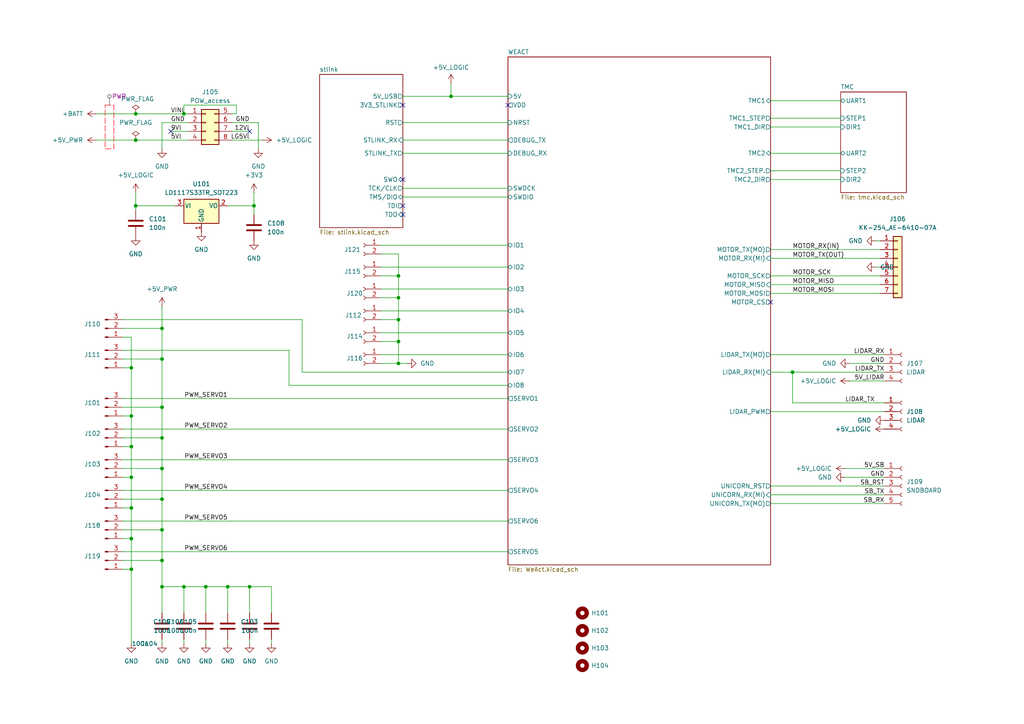
<source format=kicad_sch>
(kicad_sch (version 20250114) (generator "eeschema") (generator_version "9.0")
  (paper "A4")
  (title_block (title "Carte interconnection") (date "2022-04-17") (rev "V1.0") (company "Pokibot"))
  (lib_symbols
    (symbol "Connector:Conn_01x02_Female" (pin_names (offset 1.016) (hide yes))
      (property "Reference" "J" (at 0 2.54 0))
      (property "Value" "Conn_01x02_Female" (at 0 -5.08 0))
      (symbol "Conn_01x02_Female_1_1"
        (polyline (pts (xy -1.27 0) (xy -0.508 0)) (stroke (width 0.1524)))
        (polyline (pts (xy -1.27 -2.54) (xy -0.508 -2.54)) (stroke (width 0.1524)))
        (arc (start 0 -0.508) (mid -0.5058 0) (end 0 0.508) (stroke (width 0.1524)))
        (arc (start 0 -3.048) (mid -0.5058 -2.54) (end 0 -2.032) (stroke (width 0.1524)))
        (pin passive line (at -5.08 0 0) (length 3.81) (name "Pin_1") (number "1"))
        (pin passive line (at -5.08 -2.54 0) (length 3.81) (name "Pin_2") (number "2"))
      )
    )
    (symbol "Connector:Conn_01x03_Male" (pin_names (offset 1.016) (hide yes))
      (property "Reference" "J" (at 0 5.08 0))
      (property "Value" "Conn_01x03_Male" (at 0 -5.08 0))
      (symbol "Conn_01x03_Male_1_1"
        (rectangle (start 0.8636 2.667) (end 0 2.413) (stroke (width 0.1524)) (fill (type outline)))
        (rectangle (start 0.8636 0.127) (end 0 -0.127) (stroke (width 0.1524)) (fill (type outline)))
        (rectangle (start 0.8636 -2.413) (end 0 -2.667) (stroke (width 0.1524)) (fill (type outline)))
        (polyline (pts (xy 1.27 2.54) (xy 0.8636 2.54)) (stroke (width 0.1524)))
        (polyline (pts (xy 1.27 0) (xy 0.8636 0)) (stroke (width 0.1524)))
        (polyline (pts (xy 1.27 -2.54) (xy 0.8636 -2.54)) (stroke (width 0.1524)))
        (pin passive line (at 5.08 2.54 180) (length 3.81) (name "Pin_1") (number "1"))
        (pin passive line (at 5.08 0 180) (length 3.81) (name "Pin_2") (number "2"))
        (pin passive line (at 5.08 -2.54 180) (length 3.81) (name "Pin_3") (number "3"))
      )
    )
    (symbol "Connector:Conn_01x04_Female" (pin_names (offset 1.016) (hide yes))
      (property "Reference" "J" (at 0 5.08 0))
      (property "Value" "Conn_01x04_Female" (at 0 -7.62 0))
      (symbol "Conn_01x04_Female_1_1"
        (polyline (pts (xy -1.27 2.54) (xy -0.508 2.54)) (stroke (width 0.1524)))
        (polyline (pts (xy -1.27 0) (xy -0.508 0)) (stroke (width 0.1524)))
        (polyline (pts (xy -1.27 -2.54) (xy -0.508 -2.54)) (stroke (width 0.1524)))
        (polyline (pts (xy -1.27 -5.08) (xy -0.508 -5.08)) (stroke (width 0.1524)))
        (arc (start 0 2.032) (mid -0.5058 2.54) (end 0 3.048) (stroke (width 0.1524)))
        (arc (start 0 -0.508) (mid -0.5058 0) (end 0 0.508) (stroke (width 0.1524)))
        (arc (start 0 -3.048) (mid -0.5058 -2.54) (end 0 -2.032) (stroke (width 0.1524)))
        (arc (start 0 -5.588) (mid -0.5058 -5.08) (end 0 -4.572) (stroke (width 0.1524)))
        (pin passive line (at -5.08 2.54 0) (length 3.81) (name "Pin_1") (number "1"))
        (pin passive line (at -5.08 0 0) (length 3.81) (name "Pin_2") (number "2"))
        (pin passive line (at -5.08 -2.54 0) (length 3.81) (name "Pin_3") (number "3"))
        (pin passive line (at -5.08 -5.08 0) (length 3.81) (name "Pin_4") (number "4"))
      )
    )
    (symbol "Connector:Conn_01x05_Female" (pin_names (offset 1.016) (hide yes))
      (property "Reference" "J" (at 0 7.62 0))
      (property "Value" "Conn_01x05_Female" (at 0 -7.62 0))
      (symbol "Conn_01x05_Female_1_1"
        (polyline (pts (xy -1.27 5.08) (xy -0.508 5.08)) (stroke (width 0.1524)))
        (polyline (pts (xy -1.27 2.54) (xy -0.508 2.54)) (stroke (width 0.1524)))
        (polyline (pts (xy -1.27 0) (xy -0.508 0)) (stroke (width 0.1524)))
        (polyline (pts (xy -1.27 -2.54) (xy -0.508 -2.54)) (stroke (width 0.1524)))
        (polyline (pts (xy -1.27 -5.08) (xy -0.508 -5.08)) (stroke (width 0.1524)))
        (arc (start 0 4.572) (mid -0.5058 5.08) (end 0 5.588) (stroke (width 0.1524)))
        (arc (start 0 2.032) (mid -0.5058 2.54) (end 0 3.048) (stroke (width 0.1524)))
        (arc (start 0 -0.508) (mid -0.5058 0) (end 0 0.508) (stroke (width 0.1524)))
        (arc (start 0 -3.048) (mid -0.5058 -2.54) (end 0 -2.032) (stroke (width 0.1524)))
        (arc (start 0 -5.588) (mid -0.5058 -5.08) (end 0 -4.572) (stroke (width 0.1524)))
        (pin passive line (at -5.08 5.08 0) (length 3.81) (name "Pin_1") (number "1"))
        (pin passive line (at -5.08 2.54 0) (length 3.81) (name "Pin_2") (number "2"))
        (pin passive line (at -5.08 0 0) (length 3.81) (name "Pin_3") (number "3"))
        (pin passive line (at -5.08 -2.54 0) (length 3.81) (name "Pin_4") (number "4"))
        (pin passive line (at -5.08 -5.08 0) (length 3.81) (name "Pin_5") (number "5"))
      )
    )
    (symbol "Connector_Generic:Conn_01x07" (pin_names (offset 1.016) (hide yes))
      (property "Reference" "J" (at 0 10.16 0))
      (property "Value" "Conn_01x07" (at 0 -10.16 0))
      (symbol "Conn_01x07_1_1"
        (rectangle (start -1.27 8.89) (end 1.27 -8.89) (stroke (width 0.254)) (fill (type background)))
        (rectangle (start -1.27 7.747) (end 0 7.493) (stroke (width 0.1524)))
        (rectangle (start -1.27 5.207) (end 0 4.953) (stroke (width 0.1524)))
        (rectangle (start -1.27 2.667) (end 0 2.413) (stroke (width 0.1524)))
        (rectangle (start -1.27 0.127) (end 0 -0.127) (stroke (width 0.1524)))
        (rectangle (start -1.27 -2.413) (end 0 -2.667) (stroke (width 0.1524)))
        (rectangle (start -1.27 -4.953) (end 0 -5.207) (stroke (width 0.1524)))
        (rectangle (start -1.27 -7.493) (end 0 -7.747) (stroke (width 0.1524)))
        (pin passive line (at -5.08 7.62 0) (length 3.81) (name "Pin_1") (number "1"))
        (pin passive line (at -5.08 5.08 0) (length 3.81) (name "Pin_2") (number "2"))
        (pin passive line (at -5.08 2.54 0) (length 3.81) (name "Pin_3") (number "3"))
        (pin passive line (at -5.08 0 0) (length 3.81) (name "Pin_4") (number "4"))
        (pin passive line (at -5.08 -2.54 0) (length 3.81) (name "Pin_5") (number "5"))
        (pin passive line (at -5.08 -5.08 0) (length 3.81) (name "Pin_6") (number "6"))
        (pin passive line (at -5.08 -7.62 0) (length 3.81) (name "Pin_7") (number "7"))
      )
    )
    (symbol "Connector_Generic:Conn_02x04_Top_Bottom" (pin_names (offset 1.016) (hide yes))
      (property "Reference" "J" (at 1.27 5.08 0))
      (property "Value" "Conn_02x04_Top_Bottom" (at 1.27 -7.62 0))
      (symbol "Conn_02x04_Top_Bottom_1_1"
        (rectangle (start -1.27 3.81) (end 3.81 -6.35) (stroke (width 0.254)) (fill (type background)))
        (rectangle (start -1.27 2.667) (end 0 2.413) (stroke (width 0.1524)))
        (rectangle (start -1.27 0.127) (end 0 -0.127) (stroke (width 0.1524)))
        (rectangle (start -1.27 -2.413) (end 0 -2.667) (stroke (width 0.1524)))
        (rectangle (start -1.27 -4.953) (end 0 -5.207) (stroke (width 0.1524)))
        (rectangle (start 3.81 2.667) (end 2.54 2.413) (stroke (width 0.1524)))
        (rectangle (start 3.81 0.127) (end 2.54 -0.127) (stroke (width 0.1524)))
        (rectangle (start 3.81 -2.413) (end 2.54 -2.667) (stroke (width 0.1524)))
        (rectangle (start 3.81 -4.953) (end 2.54 -5.207) (stroke (width 0.1524)))
        (pin passive line (at -5.08 2.54 0) (length 3.81) (name "Pin_1") (number "1"))
        (pin passive line (at -5.08 0 0) (length 3.81) (name "Pin_2") (number "2"))
        (pin passive line (at -5.08 -2.54 0) (length 3.81) (name "Pin_3") (number "3"))
        (pin passive line (at -5.08 -5.08 0) (length 3.81) (name "Pin_4") (number "4"))
        (pin passive line (at 7.62 2.54 180) (length 3.81) (name "Pin_5") (number "5"))
        (pin passive line (at 7.62 0 180) (length 3.81) (name "Pin_6") (number "6"))
        (pin passive line (at 7.62 -2.54 180) (length 3.81) (name "Pin_7") (number "7"))
        (pin passive line (at 7.62 -5.08 180) (length 3.81) (name "Pin_8") (number "8"))
      )
    )
    (symbol "Device:C" (pin_numbers (hide yes)) (pin_names (offset 0.254))
      (property "Reference" "C" (at 0.635 2.54 0))
      (property "Value" "C" (at 0.635 -2.54 0))
      (symbol "C_0_1"
        (polyline (pts (xy -2.032 0.762) (xy 2.032 0.762)) (stroke (width 0.508)))
        (polyline (pts (xy -2.032 -0.762) (xy 2.032 -0.762)) (stroke (width 0.508)))
      )
      (symbol "C_1_1"
        (pin passive line (at 0 3.81 270) (length 2.794) (name "~") (number "1"))
        (pin passive line (at 0 -3.81 90) (length 2.794) (name "~") (number "2"))
      )
    )
    (symbol "GND_1" (power) (pin_names (offset 0))
      (property "Value" "GND" (at 0 -3.81 0))
      (symbol "GND_1_0_1"
        (polyline (pts (xy 0 0) (xy 0 -1.27) (xy 1.27 -1.27) (xy 0 -2.54) (xy -1.27 -1.27) (xy 0 -1.27)))
      )
      (symbol "GND_1_1_1"
        (pin power_in line (at 0 0 270) (length 0) (hide yes) (name "GND") (number "1"))
      )
    )
    (symbol "GND_12" (power) (pin_names (offset 0))
      (property "Value" "GND" (at 0 -3.81 0))
      (symbol "GND_12_0_1"
        (polyline (pts (xy 0 0) (xy 0 -1.27) (xy 1.27 -1.27) (xy 0 -2.54) (xy -1.27 -1.27) (xy 0 -1.27)))
      )
      (symbol "GND_12_1_1"
        (pin power_in line (at 0 0 270) (length 0) (hide yes) (name "GND") (number "1"))
      )
    )
    (symbol "GND_13" (power) (pin_names (offset 0))
      (property "Value" "GND" (at 0 -3.81 0))
      (symbol "GND_13_0_1"
        (polyline (pts (xy 0 0) (xy 0 -1.27) (xy 1.27 -1.27) (xy 0 -2.54) (xy -1.27 -1.27) (xy 0 -1.27)))
      )
      (symbol "GND_13_1_1"
        (pin power_in line (at 0 0 270) (length 0) (hide yes) (name "GND") (number "1"))
      )
    )
    (symbol "GND_15" (power) (pin_names (offset 0))
      (property "Value" "GND" (at 0 -3.81 0))
      (symbol "GND_15_0_1"
        (polyline (pts (xy 0 0) (xy 0 -1.27) (xy 1.27 -1.27) (xy 0 -2.54) (xy -1.27 -1.27) (xy 0 -1.27)))
      )
      (symbol "GND_15_1_1"
        (pin power_in line (at 0 0 270) (length 0) (hide yes) (name "GND") (number "1"))
      )
    )
    (symbol "GND_16" (power) (pin_names (offset 0))
      (property "Value" "GND" (at 0 -3.81 0))
      (symbol "GND_16_0_1"
        (polyline (pts (xy 0 0) (xy 0 -1.27) (xy 1.27 -1.27) (xy 0 -2.54) (xy -1.27 -1.27) (xy 0 -1.27)))
      )
      (symbol "GND_16_1_1"
        (pin power_in line (at 0 0 270) (length 0) (hide yes) (name "GND") (number "1"))
      )
    )
    (symbol "GND_17" (power) (pin_names (offset 0))
      (property "Value" "GND" (at 0 -3.81 0))
      (symbol "GND_17_0_1"
        (polyline (pts (xy 0 0) (xy 0 -1.27) (xy 1.27 -1.27) (xy 0 -2.54) (xy -1.27 -1.27) (xy 0 -1.27)))
      )
      (symbol "GND_17_1_1"
        (pin power_in line (at 0 0 270) (length 0) (hide yes) (name "GND") (number "1"))
      )
    )
    (symbol "GND_18" (power) (pin_names (offset 0))
      (property "Value" "GND" (at 0 -3.81 0))
      (symbol "GND_18_0_1"
        (polyline (pts (xy 0 0) (xy 0 -1.27) (xy 1.27 -1.27) (xy 0 -2.54) (xy -1.27 -1.27) (xy 0 -1.27)))
      )
      (symbol "GND_18_1_1"
        (pin power_in line (at 0 0 270) (length 0) (hide yes) (name "GND") (number "1"))
      )
    )
    (symbol "GND_2" (power) (pin_names (offset 0))
      (property "Value" "GND" (at 0 -3.81 0))
      (symbol "GND_2_0_1"
        (polyline (pts (xy 0 0) (xy 0 -1.27) (xy 1.27 -1.27) (xy 0 -2.54) (xy -1.27 -1.27) (xy 0 -1.27)))
      )
      (symbol "GND_2_1_1"
        (pin power_in line (at 0 0 270) (length 0) (hide yes) (name "GND") (number "1"))
      )
    )
    (symbol "GND_20" (power) (pin_names (offset 0))
      (property "Value" "GND" (at 0 -3.81 0))
      (symbol "GND_20_0_1"
        (polyline (pts (xy 0 0) (xy 0 -1.27) (xy 1.27 -1.27) (xy 0 -2.54) (xy -1.27 -1.27) (xy 0 -1.27)))
      )
      (symbol "GND_20_1_1"
        (pin power_in line (at 0 0 270) (length 0) (hide yes) (name "GND") (number "1"))
      )
    )
    (symbol "GND_3" (power) (pin_names (offset 0))
      (property "Value" "GND" (at 0 -3.81 0))
      (symbol "GND_3_0_1"
        (polyline (pts (xy 0 0) (xy 0 -1.27) (xy 1.27 -1.27) (xy 0 -2.54) (xy -1.27 -1.27) (xy 0 -1.27)))
      )
      (symbol "GND_3_1_1"
        (pin power_in line (at 0 0 270) (length 0) (hide yes) (name "GND") (number "1"))
      )
    )
    (symbol "GND_5" (power) (pin_names (offset 0))
      (property "Value" "GND" (at 0 -3.81 0))
      (symbol "GND_5_0_1"
        (polyline (pts (xy 0 0) (xy 0 -1.27) (xy 1.27 -1.27) (xy 0 -2.54) (xy -1.27 -1.27) (xy 0 -1.27)))
      )
      (symbol "GND_5_1_1"
        (pin power_in line (at 0 0 270) (length 0) (hide yes) (name "GND") (number "1"))
      )
    )
    (symbol "GND_6" (power) (pin_names (offset 0))
      (property "Value" "GND" (at 0 -3.81 0))
      (symbol "GND_6_0_1"
        (polyline (pts (xy 0 0) (xy 0 -1.27) (xy 1.27 -1.27) (xy 0 -2.54) (xy -1.27 -1.27) (xy 0 -1.27)))
      )
      (symbol "GND_6_1_1"
        (pin power_in line (at 0 0 270) (length 0) (hide yes) (name "GND") (number "1"))
      )
    )
    (symbol "GND_8" (power) (pin_names (offset 0))
      (property "Value" "GND" (at 0 -3.81 0))
      (symbol "GND_8_0_1"
        (polyline (pts (xy 0 0) (xy 0 -1.27) (xy 1.27 -1.27) (xy 0 -2.54) (xy -1.27 -1.27) (xy 0 -1.27)))
      )
      (symbol "GND_8_1_1"
        (pin power_in line (at 0 0 270) (length 0) (hide yes) (name "GND") (number "1"))
      )
    )
    (symbol "Mechanical:MountingHole" (pin_names (offset 1.016))
      (property "Reference" "H" (at 0 5.08 0))
      (property "Value" "MountingHole" (at 0 3.175 0))
      (symbol "MountingHole_0_1"
        (circle (center 0 0) (radius 1.27) (stroke (width 1.27)))
      )
    )
    (symbol "MountingHole_1" (pin_names (offset 1.016))
      (property "Reference" "H" (at 0 5.08 0))
      (property "Value" "MountingHole" (at 0 3.175 0))
      (symbol "MountingHole_1_0_1"
        (circle (center 0 0) (radius 1.27) (stroke (width 1.27)))
      )
    )
    (symbol "MountingHole_2" (pin_names (offset 1.016))
      (property "Reference" "H" (at 0 5.08 0))
      (property "Value" "MountingHole" (at 0 3.175 0))
      (symbol "MountingHole_2_0_1"
        (circle (center 0 0) (radius 1.27) (stroke (width 1.27)))
      )
    )
    (symbol "MountingHole_3" (pin_names (offset 1.016))
      (property "Reference" "H" (at 0 5.08 0))
      (property "Value" "MountingHole" (at 0 3.175 0))
      (symbol "MountingHole_3_0_1"
        (circle (center 0 0) (radius 1.27) (stroke (width 1.27)))
      )
    )
    (symbol "Regulator_Linear:LD1117S33TR_SOT223" (pin_names (offset 0.254))
      (property "Reference" "U" (at -3.81 3.175 0))
      (property "Value" "LD1117S33TR_SOT223" (at 0 3.175 0))
      (symbol "LD1117S33TR_SOT223_0_1"
        (rectangle (start -5.08 -5.08) (end 5.08 1.905) (stroke (width 0.254)) (fill (type background)))
      )
      (symbol "LD1117S33TR_SOT223_1_1"
        (pin power_in line (at -7.62 0 0) (length 2.54) (name "VI") (number "3"))
        (pin power_in line (at 0 -7.62 90) (length 2.54) (name "GND") (number "1"))
        (pin power_out line (at 7.62 0 180) (length 2.54) (name "VO") (number "2"))
      )
    )
    (symbol "power:+3V3" (power) (pin_numbers (hide yes)) (pin_names (offset 0) (hide yes))
      (property "Value" "+3V3" (at 0 3.556 0))
      (symbol "+3V3_0_1"
        (polyline (pts (xy -0.762 1.27) (xy 0 2.54)))
        (polyline (pts (xy 0 2.54) (xy 0.762 1.27)))
        (polyline (pts (xy 0 0) (xy 0 2.54)))
      )
      (symbol "+3V3_1_1"
        (pin power_in line (at 0 0 90) (length 0) (name "~") (number "1"))
      )
    )
    (symbol "power:+5V" (power) (pin_numbers (hide yes)) (pin_names (offset 0) (hide yes))
      (property "Value" "+5V" (at 0 3.556 0))
      (symbol "+5V_0_1"
        (polyline (pts (xy -0.762 1.27) (xy 0 2.54)))
        (polyline (pts (xy 0 2.54) (xy 0.762 1.27)))
        (polyline (pts (xy 0 0) (xy 0 2.54)))
      )
      (symbol "+5V_1_1"
        (pin power_in line (at 0 0 90) (length 0) (name "~") (number "1"))
      )
    )
    (symbol "power:+BATT" (power) (pin_numbers (hide yes)) (pin_names (offset 0) (hide yes))
      (property "Value" "+BATT" (at 0 3.556 0))
      (symbol "+BATT_0_1"
        (polyline (pts (xy -0.762 1.27) (xy 0 2.54)))
        (polyline (pts (xy 0 2.54) (xy 0.762 1.27)))
        (polyline (pts (xy 0 0) (xy 0 2.54)))
      )
      (symbol "+BATT_1_1"
        (pin power_in line (at 0 0 90) (length 0) (name "~") (number "1"))
      )
    )
    (symbol "power:PWR_FLAG" (power) (pin_numbers (hide yes)) (pin_names (offset 0) (hide yes))
      (property "Value" "PWR_FLAG" (at 0 3.81 0))
      (symbol "PWR_FLAG_0_0"
        (pin power_out line (at 0 0 90) (length 0) (name "~") (number "1"))
      )
      (symbol "PWR_FLAG_0_1"
        (polyline (pts (xy 0 0) (xy 0 1.27) (xy -1.016 1.905) (xy 0 2.54) (xy 1.016 1.905) (xy 0 1.27)))
      )
    )
  )
  (junction (at 73.66 59.69))
  (junction (at 39.37 59.69))
  (junction (at 38.1 156.21))
  (junction (at 46.99 118.11))
  (junction (at 66.04 170.18))
  (junction (at 46.99 135.89))
  (junction (at 46.99 127))
  (junction (at 46.99 153.67))
  (junction (at 39.37 33.02))
  (junction (at 53.34 33.02))
  (junction (at 38.1 106.68))
  (junction (at 130.81 27.94))
  (junction (at 38.1 147.32))
  (junction (at 38.1 165.1))
  (junction (at 39.37 40.64))
  (junction (at 46.99 144.78))
  (junction (at 115.57 105.41))
  (junction (at 115.57 80.01))
  (junction (at 53.34 170.18))
  (junction (at 115.57 92.71))
  (junction (at 38.1 120.65))
  (junction (at 38.1 129.54))
  (junction (at 46.99 162.56))
  (junction (at 46.99 104.14))
  (junction (at 115.57 86.36))
  (junction (at 46.99 170.18))
  (junction (at 38.1 138.43))
  (junction (at 59.69 170.18))
  (junction (at 46.99 95.25))
  (junction (at 115.57 99.06))
  (junction (at 229.87 107.95))
  (junction (at 72.39 170.18))
  (no_connect (at 49.53 38.1))
  (no_connect (at 147.32 30.48))
  (no_connect (at 116.84 62.23))
  (no_connect (at 72.39 38.1))
  (no_connect (at 223.52 87.63))
  (no_connect (at 116.84 30.48))
  (no_connect (at 116.84 52.07))
  (no_connect (at 116.84 59.69))
  (wire (pts (xy 46.99 153.67) (xy 35.56 153.67)))
  (wire (pts (xy 46.99 43.18) (xy 46.99 35.56)))
  (wire (pts (xy 46.99 177.8) (xy 46.99 170.18)))
  (wire (pts (xy 223.52 119.38) (xy 256.54 119.38)))
  (wire (pts (xy 223.52 82.55) (xy 255.27 82.55)))
  (wire (pts (xy 229.87 116.84) (xy 229.87 107.95)))
  (wire (pts (xy 35.56 104.14) (xy 46.99 104.14)))
  (wire (pts (xy 229.87 107.95) (xy 256.54 107.95)))
  (wire (pts (xy 115.57 86.36) (xy 115.57 92.71)))
  (wire (pts (xy 35.56 115.57) (xy 147.32 115.57)))
  (wire (pts (xy 110.49 73.66) (xy 115.57 73.66)))
  (wire (pts (xy 46.99 88.9) (xy 46.99 95.25)))
  (wire (pts (xy 39.37 40.64) (xy 54.61 40.64)))
  (wire (pts (xy 87.63 107.95) (xy 147.32 107.95)))
  (wire (pts (xy 35.56 160.02) (xy 147.32 160.02)))
  (wire (pts (xy 39.37 60.96) (xy 39.37 59.69)))
  (wire (pts (xy 46.99 162.56) (xy 35.56 162.56)))
  (wire (pts (xy 53.34 30.48) (xy 68.58 30.48)))
  (wire (pts (xy 223.52 143.51) (xy 256.54 143.51)))
  (wire (pts (xy 110.49 96.52) (xy 147.32 96.52)))
  (wire (pts (xy 130.81 27.94) (xy 147.32 27.94)))
  (wire (pts (xy 223.52 102.87) (xy 256.54 102.87)))
  (wire (pts (xy 72.39 170.18) (xy 78.74 170.18)))
  (wire (pts (xy 246.38 110.49) (xy 256.54 110.49)))
  (wire (pts (xy 35.56 92.71) (xy 87.63 92.71)))
  (wire (pts (xy 67.31 38.1) (xy 72.39 38.1)))
  (wire (pts (xy 38.1 106.68) (xy 38.1 120.65)))
  (wire (pts (xy 68.58 30.48) (xy 68.58 33.02)))
  (wire (pts (xy 87.63 92.71) (xy 87.63 107.95)))
  (wire (pts (xy 116.84 40.64) (xy 147.32 40.64)))
  (wire (pts (xy 116.84 44.45) (xy 147.32 44.45)))
  (wire (pts (xy 38.1 120.65) (xy 35.56 120.65)))
  (wire (pts (xy 59.69 170.18) (xy 59.69 177.8)))
  (wire (pts (xy 53.34 170.18) (xy 46.99 170.18)))
  (wire (pts (xy 73.66 62.23) (xy 73.66 59.69)))
  (wire (pts (xy 223.52 80.01) (xy 255.27 80.01)))
  (wire (pts (xy 116.84 35.56) (xy 147.32 35.56)))
  (wire (pts (xy 38.1 138.43) (xy 38.1 147.32)))
  (wire (pts (xy 46.99 144.78) (xy 46.99 135.89)))
  (wire (pts (xy 78.74 177.8) (xy 78.74 170.18)))
  (wire (pts (xy 38.1 156.21) (xy 38.1 165.1)))
  (wire (pts (xy 110.49 92.71) (xy 115.57 92.71)))
  (wire (pts (xy 229.87 116.84) (xy 256.54 116.84)))
  (wire (pts (xy 46.99 135.89) (xy 35.56 135.89)))
  (wire (pts (xy 74.93 43.18) (xy 74.93 35.56)))
  (wire (pts (xy 46.99 35.56) (xy 54.61 35.56)))
  (wire (pts (xy 38.1 165.1) (xy 38.1 186.69)))
  (wire (pts (xy 110.49 83.82) (xy 147.32 83.82)))
  (wire (pts (xy 110.49 99.06) (xy 115.57 99.06)))
  (wire (pts (xy 254 69.85) (xy 255.27 69.85)))
  (wire (pts (xy 72.39 170.18) (xy 72.39 177.8)))
  (wire (pts (xy 223.52 34.29) (xy 243.84 34.29)))
  (wire (pts (xy 53.34 185.42) (xy 53.34 186.69)))
  (wire (pts (xy 38.1 129.54) (xy 35.56 129.54)))
  (wire (pts (xy 83.82 111.76) (xy 83.82 101.6)))
  (wire (pts (xy 66.04 170.18) (xy 66.04 177.8)))
  (wire (pts (xy 223.52 29.21) (xy 243.84 29.21)))
  (wire (pts (xy 245.11 135.89) (xy 256.54 135.89)))
  (wire (pts (xy 66.04 170.18) (xy 72.39 170.18)))
  (wire (pts (xy 223.52 44.45) (xy 243.84 44.45)))
  (wire (pts (xy 223.52 52.07) (xy 243.84 52.07)))
  (wire (pts (xy 38.1 129.54) (xy 38.1 138.43)))
  (wire (pts (xy 116.84 54.61) (xy 147.32 54.61)))
  (wire (pts (xy 118.11 105.41) (xy 115.57 105.41)))
  (wire (pts (xy 115.57 73.66) (xy 115.57 80.01)))
  (wire (pts (xy 46.99 153.67) (xy 46.99 162.56)))
  (wire (pts (xy 67.31 40.64) (xy 76.2 40.64)))
  (wire (pts (xy 35.56 124.46) (xy 147.32 124.46)))
  (wire (pts (xy 83.82 101.6) (xy 35.56 101.6)))
  (wire (pts (xy 110.49 86.36) (xy 115.57 86.36)))
  (wire (pts (xy 223.52 36.83) (xy 243.84 36.83)))
  (wire (pts (xy 147.32 111.76) (xy 83.82 111.76)))
  (wire (pts (xy 110.49 80.01) (xy 115.57 80.01)))
  (wire (pts (xy 110.49 77.47) (xy 147.32 77.47)))
  (wire (pts (xy 110.49 71.12) (xy 147.32 71.12)))
  (wire (pts (xy 38.1 147.32) (xy 38.1 156.21)))
  (wire (pts (xy 39.37 55.88) (xy 39.37 59.69)))
  (wire (pts (xy 46.99 95.25) (xy 46.99 104.14)))
  (wire (pts (xy 66.04 59.69) (xy 73.66 59.69)))
  (wire (pts (xy 223.52 146.05) (xy 256.54 146.05)))
  (wire (pts (xy 223.52 72.39) (xy 255.27 72.39)))
  (wire (pts (xy 35.56 95.25) (xy 46.99 95.25)))
  (wire (pts (xy 110.49 105.41) (xy 115.57 105.41)))
  (wire (pts (xy 254 77.47) (xy 255.27 77.47)))
  (wire (pts (xy 46.99 144.78) (xy 35.56 144.78)))
  (wire (pts (xy 116.84 57.15) (xy 147.32 57.15)))
  (wire (pts (xy 78.74 185.42) (xy 78.74 186.69)))
  (wire (pts (xy 59.69 170.18) (xy 66.04 170.18)))
  (wire (pts (xy 38.1 147.32) (xy 35.56 147.32)))
  (wire (pts (xy 46.99 162.56) (xy 46.99 170.18)))
  (wire (pts (xy 35.56 142.24) (xy 147.32 142.24)))
  (wire (pts (xy 49.53 38.1) (xy 54.61 38.1)))
  (wire (pts (xy 53.34 33.02) (xy 53.34 30.48)))
  (wire (pts (xy 115.57 92.71) (xy 115.57 99.06)))
  (wire (pts (xy 110.49 90.17) (xy 147.32 90.17)))
  (wire (pts (xy 53.34 177.8) (xy 53.34 170.18)))
  (wire (pts (xy 223.52 107.95) (xy 229.87 107.95)))
  (wire (pts (xy 35.56 151.13) (xy 147.32 151.13)))
  (wire (pts (xy 38.1 156.21) (xy 35.56 156.21)))
  (wire (pts (xy 72.39 185.42) (xy 72.39 186.69)))
  (wire (pts (xy 223.52 140.97) (xy 256.54 140.97)))
  (wire (pts (xy 46.99 118.11) (xy 35.56 118.11)))
  (wire (pts (xy 245.11 138.43) (xy 256.54 138.43)))
  (wire (pts (xy 53.34 33.02) (xy 54.61 33.02)))
  (wire (pts (xy 68.58 33.02) (xy 67.31 33.02)))
  (wire (pts (xy 35.56 133.35) (xy 147.32 133.35)))
  (wire (pts (xy 223.52 74.93) (xy 255.27 74.93)))
  (wire (pts (xy 130.81 24.13) (xy 130.81 27.94)))
  (wire (pts (xy 46.99 127) (xy 46.99 118.11)))
  (wire (pts (xy 35.56 106.68) (xy 38.1 106.68)))
  (wire (pts (xy 66.04 185.42) (xy 66.04 186.69)))
  (wire (pts (xy 46.99 127) (xy 35.56 127)))
  (wire (pts (xy 110.49 102.87) (xy 147.32 102.87)))
  (wire (pts (xy 46.99 104.14) (xy 46.99 118.11)))
  (wire (pts (xy 38.1 165.1) (xy 35.56 165.1)))
  (wire (pts (xy 39.37 59.69) (xy 50.8 59.69)))
  (wire (pts (xy 27.94 40.64) (xy 39.37 40.64)))
  (wire (pts (xy 73.66 55.88) (xy 73.66 59.69)))
  (wire (pts (xy 59.69 186.69) (xy 59.69 185.42)))
  (wire (pts (xy 67.31 35.56) (xy 74.93 35.56)))
  (wire (pts (xy 223.52 85.09) (xy 255.27 85.09)))
  (wire (pts (xy 38.1 120.65) (xy 38.1 129.54)))
  (wire (pts (xy 256.54 105.41) (xy 246.38 105.41)))
  (wire (pts (xy 27.94 33.02) (xy 39.37 33.02)))
  (wire (pts (xy 46.99 144.78) (xy 46.99 153.67)))
  (wire (pts (xy 46.99 185.42) (xy 46.99 186.69)))
  (wire (pts (xy 53.34 170.18) (xy 59.69 170.18)))
  (wire (pts (xy 116.84 27.94) (xy 130.81 27.94)))
  (wire (pts (xy 38.1 138.43) (xy 35.56 138.43)))
  (wire (pts (xy 46.99 135.89) (xy 46.99 127)))
  (wire (pts (xy 223.52 49.53) (xy 243.84 49.53)))
  (wire (pts (xy 115.57 99.06) (xy 115.57 105.41)))
  (wire (pts (xy 35.56 97.79) (xy 38.1 97.79)))
  (wire (pts (xy 115.57 80.01) (xy 115.57 86.36)))
  (wire (pts (xy 39.37 33.02) (xy 53.34 33.02)))
  (wire (pts (xy 38.1 97.79) (xy 38.1 106.68)))
  (label "SB_TX" (at 256.54 143.51 180))
  (label "MOTOR_MOSI" (at 229.87 85.09 0))
  (label "9Vl" (at 49.53 38.1 0))
  (label "PWM_SERVO5" (at 66.04 151.13 180))
  (label "5V_LIDAR" (at 256.54 110.49 180))
  (label "GND" (at 72.39 35.56 180))
  (label "PWM_SERVO6" (at 66.04 160.02 180))
  (label "SB_RX" (at 256.54 146.05 180))
  (label "SB_RST" (at 256.54 140.97 180))
  (label "MOTOR_RX(IN)" (at 229.87 72.39 0))
  (label "LIDAR_TX" (at 256.54 107.95 180))
  (label "12Vl" (at 72.39 38.1 180))
  (label "VINl" (at 49.53 33.02 0))
  (label "PWM_SERVO2" (at 66.04 124.46 180))
  (label "LIDAR_RX" (at 256.54 102.87 180))
  (label "5V_SB" (at 256.54 135.89 180))
  (label "LIDAR_TX" (at 245.11 116.84 0))
  (label "LG5Vl" (at 72.39 40.64 180))
  (label "MOTOR_SCK" (at 229.87 80.01 0))
  (label "GND" (at 256.54 105.41 180))
  (label "MOTOR_MISO" (at 229.87 82.55 0))
  (label "PWM_SERVO3" (at 66.04 133.35 180))
  (label "GND" (at 49.53 35.56 0))
  (label "PWM_SERVO4" (at 66.04 142.24 180))
  (label "PWM_SERVO1" (at 66.04 115.57 180))
  (label "MOTOR_TX(OUT)" (at 229.87 74.93 0))
  (label "5Vl" (at 49.53 40.64 0))
  (label "GND" (at 256.54 138.43 180))
  (rule_area (polyline (pts (xy 30.48 30.48) (xy 33.02 30.48) (xy 33.02 43.18) (xy 30.48 43.18)) (stroke (width 0) (type dash))))
  (netclass_flag "" (length 2.54) (shape round) (at 31.75 30.48 0) (property "Netclass" "PWR" (at 32.4485 27.94 0) (effects (justify left))))
  (symbol (lib_id "power:+5V") (at 46.99 88.9 0) (unit 1)
    (property "Reference" "#PWR0102" (effects (hide yes)))
    (property "Value" "+5V_PWR" (at 46.99 83.82 0))
    (property "Description" "Power symbol creates a global label with name \"+5V\"" (effects (hide yes)))
  )
  (symbol (lib_id "Device:C") (at 72.39 181.61 0) (mirror y) (unit 1)
    (property "Reference" "C104" (at 45.7201 186.69 0) (effects (justify left)))
    (property "Value" "100n" (at 43.1801 186.69 0) (effects (justify left)))
    (property "Footprint" "Capacitor_SMD:C_1206_3216Metric_Pad1.33x1.80mm_HandSolder" (effects (hide yes)))
  )
  (symbol (lib_name "GND_3") (lib_id "power:GND") (at 46.99 186.69 0) (mirror y) (unit 1)
    (property "Reference" "#PWR0136" (effects (hide yes)))
    (property "Value" "GND" (at 46.99 191.77 0))
  )
  (symbol (lib_id "Connector:Conn_01x05_Female") (at 261.62 140.97 0) (unit 1)
    (property "Reference" "J109" (at 262.89 139.6999 0) (effects (justify left)))
    (property "Value" "SNDBOARD" (at 262.89 142.2399 0) (effects (justify left)))
    (property "Footprint" "Connector_Molex:Molex_KK-254_AE-6410-05A_1x05_P2.54mm_Vertical" (effects (hide yes)))
  )
  (symbol (lib_id "Connector:Conn_01x02_Female") (at 105.41 96.52 0) (mirror y) (unit 1)
    (property "Reference" "J114" (at 102.87 97.536 0))
    (property "Value" "SWcote" (effects (hide yes)))
    (property "Footprint" "Connector_Molex:Molex_KK-254_AE-6410-02A_1x02_P2.54mm_Vertical" (effects (hide yes)))
  )
  (symbol (lib_id "Connector:Conn_01x03_Male") (at 30.48 104.14 0) (mirror x) (unit 1)
    (property "Reference" "J111" (at 29.21 102.8699 0) (effects (justify right)))
    (property "Value" "servo bras" (effects (hide yes)))
    (property "Footprint" "Connector_Molex:Molex_KK-254_AE-6410-03A_1x03_P2.54mm_Vertical" (effects (hide yes)))
  )
  (symbol (lib_id "Connector:Conn_01x02_Female") (at 105.41 83.82 0) (mirror y) (unit 1)
    (property "Reference" "J120" (at 102.87 85.09 0))
    (property "Value" "SWrobot" (effects (hide yes)))
    (property "Footprint" "Connector_Molex:Molex_KK-254_AE-6410-02A_1x02_P2.54mm_Vertical" (effects (hide yes)))
  )
  (symbol (lib_name "MountingHole_3") (lib_id "Mechanical:MountingHole") (at 168.91 187.96 0) (unit 1)
    (property "Reference" "H103" (at 171.45 187.9599 0) (effects (justify left)))
    (property "Value" "M1" (effects (hide yes)))
    (property "Footprint" "MountingHole:MountingHole_3.2mm_M3" (effects (hide yes)))
  )
  (symbol (lib_id "Connector:Conn_01x02_Female") (at 105.41 102.87 0) (mirror y) (unit 1)
    (property "Reference" "J116" (at 102.87 103.886 0))
    (property "Value" "SWcote" (effects (hide yes)))
    (property "Footprint" "Connector_Molex:Molex_KK-254_AE-6410-02A_1x02_P2.54mm_Vertical" (effects (hide yes)))
  )
  (symbol (lib_id "Connector:Conn_01x03_Male") (at 30.48 162.56 0) (mirror x) (unit 1)
    (property "Reference" "J119" (at 29.21 161.2899 0) (effects (justify right)))
    (property "Value" "servo bras" (effects (hide yes)))
    (property "Footprint" "Connector_Molex:Molex_KK-254_AE-6410-03A_1x03_P2.54mm_Vertical" (effects (hide yes)))
  )
  (symbol (lib_name "GND_1") (lib_id "power:GND") (at 254 69.85 270) (mirror x) (unit 1)
    (property "Reference" "#PWR0122" (effects (hide yes)))
    (property "Value" "GND" (at 250.19 69.8499 90) (effects (justify right)))
    (property "Description" "Power symbol creates a global label with name \"GND\" , ground" (effects (hide yes)))
  )
  (symbol (lib_id "Connector:Conn_01x04_Female") (at 261.62 119.38 0) (unit 1)
    (property "Reference" "J108" (at 262.89 119.3799 0) (effects (justify left)))
    (property "Value" "LIDAR" (at 262.89 121.9199 0) (effects (justify left)))
    (property "Footprint" "Connector_Molex:Molex_KK-254_AE-6410-04A_1x04_P2.54mm_Vertical" (effects (hide yes)))
  )
  (symbol (lib_id "power:+5V") (at 245.11 135.89 90) (unit 1)
    (property "Reference" "#PWR0118" (effects (hide yes)))
    (property "Value" "+5V_LOGIC" (at 241.3 135.8899 90) (effects (justify left)))
    (property "Description" "Power symbol creates a global label with name \"+5V\"" (effects (hide yes)))
  )
  (symbol (lib_name "GND_8") (lib_id "power:GND") (at 73.66 69.85 0) (unit 1)
    (property "Reference" "#PWR0116" (effects (hide yes)))
    (property "Value" "GND" (at 73.66 74.93 0))
  )
  (symbol (lib_id "Device:C") (at 73.66 66.04 0) (unit 1)
    (property "Reference" "C108" (at 77.47 64.7699 0) (effects (justify left)))
    (property "Value" "100n" (at 77.47 67.3099 0) (effects (justify left)))
    (property "Footprint" "Capacitor_SMD:C_1206_3216Metric_Pad1.33x1.80mm_HandSolder" (effects (hide yes)))
  )
  (symbol (lib_name "GND_15") (lib_id "power:GND") (at 246.38 105.41 270) (mirror x) (unit 1)
    (property "Reference" "#PWR0120" (effects (hide yes)))
    (property "Value" "GND" (at 242.57 105.4099 90) (effects (justify right)))
    (property "Description" "Power symbol creates a global label with name \"GND\" , ground" (effects (hide yes)))
  )
  (symbol (lib_id "Device:C") (at 59.69 181.61 0) (mirror y) (unit 1)
    (property "Reference" "C106" (at 53.34 180.3399 0) (effects (justify left)))
    (property "Value" "100n" (at 53.34 182.8799 0) (effects (justify left)))
    (property "Footprint" "Capacitor_SMD:C_1206_3216Metric_Pad1.33x1.80mm_HandSolder" (effects (hide yes)))
  )
  (symbol (lib_id "power:+BATT") (at 27.94 33.02 90) (unit 1)
    (property "Reference" "#PWR0106" (effects (hide yes)))
    (property "Value" "+BATT" (at 24.13 33.0199 90) (effects (justify left)))
    (property "Description" "Power symbol creates a global label with name \"+BATT\"" (effects (hide yes)))
  )
  (symbol (lib_name "GND_12") (lib_id "power:GND") (at 66.04 186.69 0) (mirror y) (unit 1)
    (property "Reference" "#PWR0111" (effects (hide yes)))
    (property "Value" "GND" (at 66.04 191.77 0))
  )
  (symbol (lib_name "GND_2") (lib_id "power:GND") (at 53.34 186.69 0) (mirror y) (unit 1)
    (property "Reference" "#PWR0135" (effects (hide yes)))
    (property "Value" "GND" (at 53.34 191.77 0))
  )
  (symbol (lib_name "GND_13") (lib_id "power:GND") (at 39.37 68.58 0) (unit 1)
    (property "Reference" "#PWR0104" (effects (hide yes)))
    (property "Value" "GND" (at 39.37 73.66 0))
  )
  (symbol (lib_id "Device:C") (at 39.37 64.77 0) (unit 1)
    (property "Reference" "C101" (at 43.18 63.4999 0) (effects (justify left)))
    (property "Value" "100n" (at 43.18 66.0399 0) (effects (justify left)))
    (property "Footprint" "Capacitor_SMD:C_1206_3216Metric_Pad1.33x1.80mm_HandSolder" (effects (hide yes)))
  )
  (symbol (lib_id "power:PWR_FLAG") (at 39.37 40.64 0) (unit 1)
    (property "Reference" "#FLG0304" (effects (hide yes)))
    (property "Value" "PWR_FLAG" (at 39.37 35.56 0))
    (property "Description" "Special symbol for telling ERC where power comes from" (effects (hide yes)))
  )
  (symbol (lib_id "Regulator_Linear:LD1117S33TR_SOT223") (at 58.42 59.69 0) (unit 1)
    (property "Reference" "U101" (at 58.42 53.34 0))
    (property "Value" "LD1117S33TR_SOT223" (at 58.42 55.88 0))
    (property "Footprint" "Package_TO_SOT_SMD:SOT-223-3_TabPin2" (effects (hide yes)))
    (property "Datasheet" "http://www.st.com/st-web-ui/static/active/en/resource/technical/document/datasheet/CD00000544.pdf" (effects (hide yes)))
  )
  (symbol (lib_id "Device:C") (at 66.04 181.61 0) (mirror y) (unit 1)
    (property "Reference" "C105" (at 57.15 180.3399 0) (effects (justify left)))
    (property "Value" "100n" (at 57.15 182.8799 0) (effects (justify left)))
    (property "Footprint" "Capacitor_SMD:C_1206_3216Metric_Pad1.33x1.80mm_HandSolder" (effects (hide yes)))
  )
  (symbol (lib_id "power:+3V3") (at 73.66 55.88 0) (unit 1)
    (property "Reference" "#PWR0115" (effects (hide yes)))
    (property "Value" "+3V3" (at 73.66 50.8 0))
    (property "Description" "Power symbol creates a global label with name \"+3V3\"" (effects (hide yes)))
  )
  (symbol (lib_id "Connector_Generic:Conn_02x04_Top_Bottom") (at 59.69 35.56 0) (unit 1)
    (property "Reference" "J105" (at 60.96 26.67 0))
    (property "Value" "POW_access" (at 60.96 29.21 0))
    (property "Footprint" "Connector_Molex:Molex_Nano-Fit_105310-xx08_2x04_P2.50mm_Vertical" (effects (hide yes)))
    (property "Description" "Generic connector, double row, 02x04, top/bottom pin numbering scheme (row 1: 1...pins_per_row, row2: pins_per_row+1 ... num_pins), script generated (kicad-library-utils/schlib/autogen/connector/)" (effects (hide yes)))
  )
  (symbol (lib_id "power:+5V") (at 256.54 124.46 90) (unit 1)
    (property "Reference" "#PWR0125" (effects (hide yes)))
    (property "Value" "+5V_LOGIC" (at 252.73 124.4599 90) (effects (justify left)))
    (property "Description" "Power symbol creates a global label with name \"+5V\"" (effects (hide yes)))
  )
  (symbol (lib_name "GND_17") (lib_id "power:GND") (at 245.11 138.43 270) (mirror x) (unit 1)
    (property "Reference" "#PWR0119" (effects (hide yes)))
    (property "Value" "GND" (at 241.3 138.4299 90) (effects (justify right)))
    (property "Description" "Power symbol creates a global label with name \"GND\" , ground" (effects (hide yes)))
  )
  (symbol (lib_id "Connector:Conn_01x02_Female") (at 105.41 77.47 0) (mirror y) (unit 1)
    (property "Reference" "J115" (at 104.648 78.74 0) (effects (justify left)))
    (property "Value" "reset" (effects (hide yes)))
    (property "Footprint" "Connector_Molex:Molex_KK-254_AE-6410-02A_1x02_P2.54mm_Vertical" (effects (hide yes)))
  )
  (symbol (lib_name "GND_13") (lib_id "power:GND") (at 118.11 105.41 90) (unit 1)
    (property "Reference" "#PWR0105" (effects (hide yes)))
    (property "Value" "GND" (at 121.92 105.4099 90) (effects (justify right)))
  )
  (symbol (lib_id "power:+5V") (at 130.81 24.13 0) (unit 1)
    (property "Reference" "#PWR0117" (effects (hide yes)))
    (property "Value" "+5V_LOGIC" (at 130.81 19.558 0))
    (property "Description" "Power symbol creates a global label with name \"+5V\"" (effects (hide yes)))
  )
  (symbol (lib_id "Device:C") (at 46.99 181.61 0) (mirror y) (unit 1)
    (property "Reference" "C110" (effects (hide yes)))
    (property "Value" "100n" (effects (hide yes)))
    (property "Footprint" "Capacitor_SMD:C_1206_3216Metric_Pad1.33x1.80mm_HandSolder" (effects (hide yes)))
  )
  (symbol (lib_name "MountingHole_2") (lib_id "Mechanical:MountingHole") (at 168.91 177.8 0) (unit 1)
    (property "Reference" "H101" (at 171.45 177.7999 0) (effects (justify left)))
    (property "Value" "M1" (effects (hide yes)))
    (property "Footprint" "MountingHole:MountingHole_3.2mm_M3" (effects (hide yes)))
  )
  (symbol (lib_name "GND_6") (lib_id "power:GND") (at 58.42 67.31 0) (unit 1)
    (property "Reference" "#PWR0108" (effects (hide yes)))
    (property "Value" "GND" (at 58.42 72.39 0))
  )
  (symbol (lib_id "power:+5V") (at 39.37 55.88 0) (unit 1)
    (property "Reference" "#PWR0103" (effects (hide yes)))
    (property "Value" "+5V_LOGIC" (at 39.37 50.8 0))
    (property "Description" "Power symbol creates a global label with name \"+5V\"" (effects (hide yes)))
  )
  (symbol (lib_id "Connector_Generic:Conn_01x07") (at 260.35 77.47 0) (unit 1)
    (property "Reference" "J106" (at 260.35 63.5 0))
    (property "Value" "KK-254_AE-6410-07A" (at 260.35 66.04 0))
    (property "Footprint" "Connector_Molex:Molex_KK-254_AE-6410-07A_1x07_P2.54mm_Vertical" (effects (hide yes)))
    (property "Description" "Generic connector, single row, 01x07, script generated (kicad-library-utils/schlib/autogen/connector/)" (effects (hide yes)))
  )
  (symbol (lib_id "Connector:Conn_01x03_Male") (at 30.48 153.67 0) (mirror x) (unit 1)
    (property "Reference" "J118" (at 29.21 152.3999 0) (effects (justify right)))
    (property "Value" "servo orientation" (effects (hide yes)))
    (property "Footprint" "Connector_Molex:Molex_KK-254_AE-6410-03A_1x03_P2.54mm_Vertical" (effects (hide yes)))
  )
  (symbol (lib_id "Connector:Conn_01x02_Female") (at 105.41 90.17 0) (mirror y) (unit 1)
    (property "Reference" "J112" (at 104.902 91.44 0) (effects (justify left)))
    (property "Value" "Tirette" (effects (hide yes)))
    (property "Footprint" "Connector_Molex:Molex_KK-254_AE-6410-02A_1x02_P2.54mm_Vertical" (effects (hide yes)))
  )
  (symbol (lib_id "Connector:Conn_01x02_Female") (at 105.41 71.12 0) (mirror y) (unit 1)
    (property "Reference" "J121" (at 104.648 72.39 0) (effects (justify left)))
    (property "Value" "reset" (effects (hide yes)))
    (property "Footprint" "Connector_Molex:Molex_KK-254_AE-6410-02A_1x02_P2.54mm_Vertical" (effects (hide yes)))
  )
  (symbol (lib_id "power:PWR_FLAG") (at 39.37 33.02 0) (unit 1)
    (property "Reference" "#FLG0303" (effects (hide yes)))
    (property "Value" "PWR_FLAG" (at 39.878 28.702 0))
    (property "Description" "Special symbol for telling ERC where power comes from" (effects (hide yes)))
  )
  (symbol (lib_id "power:+5V") (at 246.38 110.49 90) (unit 1)
    (property "Reference" "#PWR0121" (effects (hide yes)))
    (property "Value" "+5V_LOGIC" (at 242.57 110.4899 90) (effects (justify left)))
    (property "Description" "Power symbol creates a global label with name \"+5V\"" (effects (hide yes)))
  )
  (symbol (lib_name "GND_3") (lib_id "power:GND") (at 72.39 186.69 0) (mirror y) (unit 1)
    (property "Reference" "#PWR0110" (effects (hide yes)))
    (property "Value" "GND" (at 72.39 191.77 0))
  )
  (symbol (lib_name "GND_8") (lib_id "power:GND") (at 46.99 43.18 0) (unit 1)
    (property "Reference" "#PWR0126" (effects (hide yes)))
    (property "Value" "GND" (at 46.99 48.26 0))
  )
  (symbol (lib_id "Device:C") (at 53.34 181.61 0) (mirror y) (unit 1)
    (property "Reference" "C109" (at 49.53 180.3399 0) (effects (justify left)))
    (property "Value" "100n" (at 49.53 182.8799 0) (effects (justify left)))
    (property "Footprint" "Capacitor_SMD:C_1206_3216Metric_Pad1.33x1.80mm_HandSolder" (effects (hide yes)))
  )
  (symbol (lib_name "MountingHole_1") (lib_id "Mechanical:MountingHole") (at 168.91 182.88 0) (unit 1)
    (property "Reference" "H102" (at 171.45 182.8799 0) (effects (justify left)))
    (property "Value" "M1" (effects (hide yes)))
    (property "Footprint" "MountingHole:MountingHole_3.2mm_M3" (effects (hide yes)))
  )
  (symbol (lib_name "GND_8") (lib_id "power:GND") (at 74.93 43.18 0) (unit 1)
    (property "Reference" "#PWR0127" (effects (hide yes)))
    (property "Value" "GND" (at 74.93 48.26 0))
  )
  (symbol (lib_id "Connector:Conn_01x03_Male") (at 30.48 95.25 0) (mirror x) (unit 1)
    (property "Reference" "J110" (at 29.21 93.9799 0) (effects (justify right)))
    (property "Value" "servo orientation" (effects (hide yes)))
    (property "Footprint" "Connector_Molex:Molex_KK-254_AE-6410-03A_1x03_P2.54mm_Vertical" (effects (hide yes)))
  )
  (symbol (lib_name "GND_2") (lib_id "power:GND") (at 78.74 186.69 0) (mirror y) (unit 1)
    (property "Reference" "#PWR0109" (effects (hide yes)))
    (property "Value" "GND" (at 78.74 191.77 0))
  )
  (symbol (lib_id "Mechanical:MountingHole") (at 168.91 193.04 0) (unit 1)
    (property "Reference" "H104" (at 171.45 193.0399 0) (effects (justify left)))
    (property "Value" "M1" (effects (hide yes)))
    (property "Footprint" "MountingHole:MountingHole_3.2mm_M3" (effects (hide yes)))
  )
  (symbol (lib_name "GND_18") (lib_id "power:GND") (at 254 77.47 270) (mirror x) (unit 1)
    (property "Reference" "#PWR0123" (effects (hide yes)))
    (property "Value" "GND" (at 255.27 77.4699 90) (effects (justify left)))
    (property "Description" "Power symbol creates a global label with name \"GND\" , ground" (effects (hide yes)))
  )
  (symbol (lib_name "GND_16") (lib_id "power:GND") (at 256.54 121.92 270) (mirror x) (unit 1)
    (property "Reference" "#PWR0124" (effects (hide yes)))
    (property "Value" "GND" (at 252.73 121.9199 90) (effects (justify right)))
    (property "Description" "Power symbol creates a global label with name \"GND\" , ground" (effects (hide yes)))
  )
  (symbol (lib_id "power:+5V") (at 27.94 40.64 90) (unit 1)
    (property "Reference" "#PWR0107" (effects (hide yes)))
    (property "Value" "+5V_PWR" (at 24.13 40.6399 90) (effects (justify left)))
    (property "Description" "Power symbol creates a global label with name \"+5V\"" (effects (hide yes)))
  )
  (symbol (lib_id "power:+5V") (at 76.2 40.64 270) (unit 1)
    (property "Reference" "#PWR0113" (effects (hide yes)))
    (property "Value" "+5V_LOGIC" (at 80.01 40.6399 90) (effects (justify left)))
    (property "Description" "Power symbol creates a global label with name \"+5V\"" (effects (hide yes)))
  )
  (symbol (lib_id "Connector:Conn_01x04_Female") (at 261.62 105.41 0) (unit 1)
    (property "Reference" "J107" (at 262.89 105.4099 0) (effects (justify left)))
    (property "Value" "LIDAR" (at 262.89 107.9499 0) (effects (justify left)))
    (property "Footprint" "Connector_Molex:Molex_KK-254_AE-6410-04A_1x04_P2.54mm_Vertical" (effects (hide yes)))
  )
  (symbol (lib_id "Connector:Conn_01x03_Male") (at 30.48 144.78 0) (mirror x) (unit 1)
    (property "Reference" "J104" (at 29.21 143.5099 0) (effects (justify right)))
    (property "Value" "servo dicristaline" (effects (hide yes)))
    (property "Footprint" "Connector_Molex:Molex_KK-254_AE-6410-03A_1x03_P2.54mm_Vertical" (effects (hide yes)))
  )
  (symbol (lib_name "GND_20") (lib_id "power:GND") (at 59.69 186.69 0) (mirror y) (unit 1)
    (property "Reference" "#PWR0112" (effects (hide yes)))
    (property "Value" "GND" (at 59.69 191.77 0))
  )
  (symbol (lib_id "Connector:Conn_01x03_Male") (at 30.48 118.11 0) (mirror x) (unit 1)
    (property "Reference" "J101" (at 29.21 116.8399 0) (effects (justify right)))
    (property "Value" "servo orientation" (effects (hide yes)))
    (property "Footprint" "Connector_Molex:Molex_KK-254_AE-6410-03A_1x03_P2.54mm_Vertical" (effects (hide yes)))
  )
  (symbol (lib_id "Device:C") (at 78.74 181.61 0) (mirror y) (unit 1)
    (property "Reference" "C103" (at 74.93 180.3399 0) (effects (justify left)))
    (property "Value" "100n" (at 74.93 182.8799 0) (effects (justify left)))
    (property "Footprint" "Capacitor_SMD:C_1206_3216Metric_Pad1.33x1.80mm_HandSolder" (effects (hide yes)))
  )
  (symbol (lib_name "GND_5") (lib_id "power:GND") (at 38.1 186.69 0) (mirror y) (unit 1)
    (property "Reference" "#PWR0133" (effects (hide yes)))
    (property "Value" "GND" (at 38.1 191.77 0))
  )
  (symbol (lib_id "Connector:Conn_01x03_Male") (at 30.48 127 0) (mirror x) (unit 1)
    (property "Reference" "J102" (at 29.21 125.7299 0) (effects (justify right)))
    (property "Value" "servo bras" (effects (hide yes)))
    (property "Footprint" "Connector_Molex:Molex_KK-254_AE-6410-03A_1x03_P2.54mm_Vertical" (effects (hide yes)))
  )
  (symbol (lib_id "Connector:Conn_01x03_Male") (at 30.48 135.89 0) (mirror x) (unit 1)
    (property "Reference" "J103" (at 29.21 134.6199 0) (effects (justify right)))
    (property "Value" "servo dicristaline" (effects (hide yes)))
    (property "Footprint" "Connector_Molex:Molex_KK-254_AE-6410-03A_1x03_P2.54mm_Vertical" (effects (hide yes)))
  )
  (sheet (at 243.84 26.67) (size 19.05 29.21) (stroke (width 0.1524))
    (property "Sheetname" "TMC" (at 243.84 25.9584 0) (effects (justify left bottom)))
    (property "Sheetfile" "tmc.kicad_sch" (at 243.84 56.4646 0) (effects (justify left top)))
    (pin "DIR1" input (at 243.84 36.83 180))
    (pin "DIR2" input (at 243.84 52.07 180))
    (pin "STEP1" input (at 243.84 34.29 180))
    (pin "STEP2" input (at 243.84 49.53 180))
    (pin "UART1" bidirectional (at 243.84 29.21 180))
    (pin "UART2" bidirectional (at 243.84 44.45 180))
  )
  (sheet (at 147.32 16.51) (size 76.2 147.32) (stroke (width 0.1524))
    (property "Sheetname" "WEACT" (at 147.32 15.7984 0) (effects (justify left bottom)))
    (property "Sheetfile" "WeAct.kicad_sch" (at 147.32 164.4146 0) (effects (justify left top)))
    (pin "5V" input (at 147.32 27.94 180))
    (pin "LIDAR_RX(MI)" input (at 223.52 107.95 0))
    (pin "LIDAR_TX(MO)" output (at 223.52 102.87 0))
    (pin "MOTOR_CS" output (at 223.52 87.63 0))
    (pin "MOTOR_MISO" input (at 223.52 82.55 0))
    (pin "MOTOR_MOSI" output (at 223.52 85.09 0))
    (pin "MOTOR_RX(MI)" input (at 223.52 74.93 0))
    (pin "MOTOR_SCK" output (at 223.52 80.01 0))
    (pin "MOTOR_TX(MO)" output (at 223.52 72.39 0))
    (pin "NRST" input (at 147.32 35.56 180))
    (pin "SERVO1" output (at 147.32 115.57 180))
    (pin "SERVO2" output (at 147.32 124.46 180))
    (pin "SERVO3" output (at 147.32 133.35 180))
    (pin "SERVO4" output (at 147.32 142.24 180))
    (pin "SWDCK" input (at 147.32 54.61 180))
    (pin "SWDIO" bidirectional (at 147.32 57.15 180))
    (pin "TMC1" bidirectional (at 223.52 29.21 0))
    (pin "TMC1_DIR" output (at 223.52 36.83 0))
    (pin "TMC1_STEP" output (at 223.52 34.29 0))
    (pin "TMC2" bidirectional (at 223.52 44.45 0))
    (pin "TMC2_DIR" output (at 223.52 52.07 0))
    (pin "TMC2_STEP." output (at 223.52 49.53 0))
    (pin "UNICORN_RX(MI)" input (at 223.52 143.51 0))
    (pin "UNICORN_TX(MO)" output (at 223.52 146.05 0))
    (pin "VDD" output (at 147.32 30.48 180))
    (pin "UNICORN_RST" output (at 223.52 140.97 0))
    (pin "DEBUG_RX" input (at 147.32 44.45 180))
    (pin "DEBUG_TX" output (at 147.32 40.64 180))
    (pin "LIDAR_PWM" output (at 223.52 119.38 0))
    (pin "SERVO5" output (at 147.32 160.02 180))
    (pin "SERVO6" output (at 147.32 151.13 180))
    (pin "IO1" bidirectional (at 147.32 71.12 180))
    (pin "IO2" bidirectional (at 147.32 77.47 180))
    (pin "IO3" bidirectional (at 147.32 83.82 180))
    (pin "IO4" bidirectional (at 147.32 90.17 180))
    (pin "IO5" bidirectional (at 147.32 96.52 180))
    (pin "IO6" bidirectional (at 147.32 102.87 180))
    (pin "IO7" bidirectional (at 147.32 107.95 180))
    (pin "IO8" bidirectional (at 147.32 111.76 180))
  )
  (sheet (at 92.71 21.59) (size 24.13 44.45) (stroke (width 0.1524))
    (property "Sheetname" "stlink" (at 92.71 20.8784 0) (effects (justify left bottom)))
    (property "Sheetfile" "stlink.kicad_sch" (at 92.71 66.6246 0) (effects (justify left top)))
    (pin "3V3_STLINK" output (at 116.84 30.48 0))
    (pin "5V_USB" output (at 116.84 27.94 0))
    (pin "RST" output (at 116.84 35.56 0))
    (pin "STLINK_RX" input (at 116.84 40.64 0))
    (pin "STLINK_TX" output (at 116.84 44.45 0))
    (pin "SWO" bidirectional (at 116.84 52.07 0))
    (pin "TCK{slash}CLK" output (at 116.84 54.61 0))
    (pin "TDI" output (at 116.84 59.69 0))
    (pin "TDO" input (at 116.84 62.23 0))
    (pin "TMS{slash}DIO" bidirectional (at 116.84 57.15 0))
  )
)
</source>
